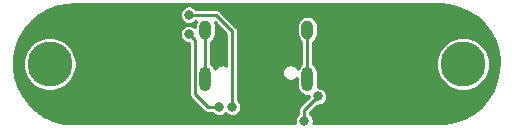
<source format=gbr>
%TF.GenerationSoftware,KiCad,Pcbnew,5.1.10-88a1d61d58~90~ubuntu20.04.1*%
%TF.CreationDate,2022-01-21T20:21:18-08:00*%
%TF.ProjectId,kb-db,6b622d64-622e-46b6-9963-61645f706362,rev?*%
%TF.SameCoordinates,Original*%
%TF.FileFunction,Copper,L2,Bot*%
%TF.FilePolarity,Positive*%
%FSLAX46Y46*%
G04 Gerber Fmt 4.6, Leading zero omitted, Abs format (unit mm)*
G04 Created by KiCad (PCBNEW 5.1.10-88a1d61d58~90~ubuntu20.04.1) date 2022-01-21 20:21:18*
%MOMM*%
%LPD*%
G01*
G04 APERTURE LIST*
%TA.AperFunction,ComponentPad*%
%ADD10C,3.800000*%
%TD*%
%TA.AperFunction,ComponentPad*%
%ADD11O,1.000000X2.100000*%
%TD*%
%TA.AperFunction,ComponentPad*%
%ADD12O,1.000000X1.600000*%
%TD*%
%TA.AperFunction,ViaPad*%
%ADD13C,0.800000*%
%TD*%
%TA.AperFunction,Conductor*%
%ADD14C,0.250000*%
%TD*%
%TA.AperFunction,Conductor*%
%ADD15C,0.254000*%
%TD*%
%TA.AperFunction,Conductor*%
%ADD16C,0.100000*%
%TD*%
G04 APERTURE END LIST*
D10*
%TO.P,H2,1*%
%TO.N,Earth*%
X61487000Y-63472000D03*
%TD*%
%TO.P,H1,1*%
%TO.N,Net-(H1-Pad1)*%
X96487000Y-63472000D03*
%TD*%
D11*
%TO.P,USB1,13*%
%TO.N,Earth*%
X83312000Y-64759000D03*
X74672000Y-64759000D03*
D12*
X83312000Y-60579000D03*
X74672000Y-60579000D03*
%TD*%
D13*
%TO.N,VCC*%
X73279000Y-60960000D03*
X75853014Y-67116004D03*
%TO.N,GND*%
X76156217Y-61259944D03*
X82169000Y-67564000D03*
X73785365Y-67110635D03*
X68700000Y-63179000D03*
X79936000Y-68072000D03*
X81781000Y-61147000D03*
%TO.N,Net-(R1-Pad2)*%
X83058000Y-68326000D03*
X84194000Y-66227000D03*
%TO.N,Net-(R2-Pad2)*%
X76955000Y-67116002D03*
X73279000Y-59309000D03*
%TD*%
D14*
%TO.N,Earth*%
X74672000Y-64759000D02*
X74672000Y-60579000D01*
X83312000Y-60579000D02*
X83312000Y-64759000D01*
%TO.N,VCC*%
X74865319Y-67116004D02*
X75853014Y-67116004D01*
X73780000Y-61461000D02*
X73780000Y-66030685D01*
X73780000Y-66030685D02*
X74865319Y-67116004D01*
X73279000Y-60960000D02*
X73780000Y-61461000D01*
%TO.N,GND*%
X81661000Y-68072000D02*
X79936000Y-68072000D01*
X82169000Y-67564000D02*
X81661000Y-68072000D01*
X74746730Y-68072000D02*
X73785365Y-67110635D01*
X72631635Y-67110635D02*
X68700000Y-63179000D01*
X73785365Y-67110635D02*
X72631635Y-67110635D01*
X79936000Y-68072000D02*
X74746730Y-68072000D01*
%TO.N,Net-(R1-Pad2)*%
X83058000Y-68326000D02*
X83058000Y-67363000D01*
X83058000Y-67363000D02*
X84194000Y-66227000D01*
%TO.N,Net-(R2-Pad2)*%
X76955000Y-60699000D02*
X76955000Y-67116002D01*
X75565000Y-59309000D02*
X76955000Y-60699000D01*
X73279000Y-59309000D02*
X75565000Y-59309000D01*
%TD*%
D15*
%TO.N,GND*%
X95336581Y-58501726D02*
X96161880Y-58715931D01*
X96939275Y-59066123D01*
X97646563Y-59542296D01*
X98263505Y-60130830D01*
X98772464Y-60814895D01*
X99158893Y-61574945D01*
X99411735Y-62389227D01*
X99523763Y-63234474D01*
X99491777Y-64086509D01*
X99316687Y-64920978D01*
X99003503Y-65714010D01*
X98561175Y-66442942D01*
X98002360Y-67086921D01*
X97343022Y-67627544D01*
X96602030Y-68049341D01*
X95800559Y-68340261D01*
X94953066Y-68493514D01*
X94476250Y-68516000D01*
X83816508Y-68516000D01*
X83839000Y-68402922D01*
X83839000Y-68249078D01*
X83808987Y-68098191D01*
X83750113Y-67956058D01*
X83664642Y-67828141D01*
X83564000Y-67727499D01*
X83564000Y-67572591D01*
X84128592Y-67008000D01*
X84270922Y-67008000D01*
X84421809Y-66977987D01*
X84563942Y-66919113D01*
X84691859Y-66833642D01*
X84800642Y-66724859D01*
X84886113Y-66596942D01*
X84944987Y-66454809D01*
X84975000Y-66303922D01*
X84975000Y-66150078D01*
X84944987Y-65999191D01*
X84886113Y-65857058D01*
X84800642Y-65729141D01*
X84691859Y-65620358D01*
X84563942Y-65534887D01*
X84421809Y-65476013D01*
X84270922Y-65446000D01*
X84183769Y-65446000D01*
X84193000Y-65352273D01*
X84193000Y-64165727D01*
X84180252Y-64036294D01*
X84129875Y-63870225D01*
X84048068Y-63717175D01*
X83937975Y-63583025D01*
X83818000Y-63484565D01*
X83818000Y-63247341D01*
X94206000Y-63247341D01*
X94206000Y-63696659D01*
X94293657Y-64137343D01*
X94465604Y-64552459D01*
X94715231Y-64926053D01*
X95032947Y-65243769D01*
X95406541Y-65493396D01*
X95821657Y-65665343D01*
X96262341Y-65753000D01*
X96711659Y-65753000D01*
X97152343Y-65665343D01*
X97567459Y-65493396D01*
X97941053Y-65243769D01*
X98258769Y-64926053D01*
X98508396Y-64552459D01*
X98680343Y-64137343D01*
X98768000Y-63696659D01*
X98768000Y-63247341D01*
X98680343Y-62806657D01*
X98508396Y-62391541D01*
X98258769Y-62017947D01*
X97941053Y-61700231D01*
X97567459Y-61450604D01*
X97152343Y-61278657D01*
X96711659Y-61191000D01*
X96262341Y-61191000D01*
X95821657Y-61278657D01*
X95406541Y-61450604D01*
X95032947Y-61700231D01*
X94715231Y-62017947D01*
X94465604Y-62391541D01*
X94293657Y-62806657D01*
X94206000Y-63247341D01*
X83818000Y-63247341D01*
X83818000Y-61603434D01*
X83937975Y-61504975D01*
X84048068Y-61370825D01*
X84129875Y-61217775D01*
X84180252Y-61051706D01*
X84193000Y-60922273D01*
X84193000Y-60235727D01*
X84180252Y-60106294D01*
X84129875Y-59940225D01*
X84048068Y-59787175D01*
X83937975Y-59653025D01*
X83803825Y-59542932D01*
X83650775Y-59461125D01*
X83484706Y-59410748D01*
X83312000Y-59393738D01*
X83139295Y-59410748D01*
X82973226Y-59461125D01*
X82820176Y-59542932D01*
X82686026Y-59653025D01*
X82575933Y-59787175D01*
X82494125Y-59940225D01*
X82443748Y-60106294D01*
X82431000Y-60235727D01*
X82431000Y-60922272D01*
X82443748Y-61051705D01*
X82494125Y-61217774D01*
X82575932Y-61370824D01*
X82686025Y-61504975D01*
X82806000Y-61603435D01*
X82806001Y-63484565D01*
X82686026Y-63583025D01*
X82575933Y-63717175D01*
X82494126Y-63870225D01*
X82493266Y-63873059D01*
X82430386Y-63778951D01*
X82332049Y-63680614D01*
X82216416Y-63603351D01*
X82087933Y-63550131D01*
X81951535Y-63523000D01*
X81812465Y-63523000D01*
X81676067Y-63550131D01*
X81547584Y-63603351D01*
X81431951Y-63680614D01*
X81333614Y-63778951D01*
X81256351Y-63894584D01*
X81203131Y-64023067D01*
X81176000Y-64159465D01*
X81176000Y-64298535D01*
X81203131Y-64434933D01*
X81256351Y-64563416D01*
X81333614Y-64679049D01*
X81431951Y-64777386D01*
X81547584Y-64854649D01*
X81676067Y-64907869D01*
X81812465Y-64935000D01*
X81951535Y-64935000D01*
X82087933Y-64907869D01*
X82216416Y-64854649D01*
X82332049Y-64777386D01*
X82430386Y-64679049D01*
X82431001Y-64678129D01*
X82431000Y-65352272D01*
X82443748Y-65481705D01*
X82494125Y-65647774D01*
X82575932Y-65800824D01*
X82686025Y-65934975D01*
X82820175Y-66045068D01*
X82973225Y-66126875D01*
X83139294Y-66177252D01*
X83312000Y-66194262D01*
X83413000Y-66184314D01*
X83413000Y-66292408D01*
X82717780Y-66987629D01*
X82698474Y-67003473D01*
X82635242Y-67080521D01*
X82616276Y-67116004D01*
X82588255Y-67168426D01*
X82559322Y-67263808D01*
X82549553Y-67363000D01*
X82552001Y-67387856D01*
X82552001Y-67727498D01*
X82451358Y-67828141D01*
X82365887Y-67956058D01*
X82307013Y-68098191D01*
X82277000Y-68249078D01*
X82277000Y-68402922D01*
X82299492Y-68516000D01*
X63506309Y-68516000D01*
X62637420Y-68442274D01*
X61812125Y-68228070D01*
X61034725Y-67877877D01*
X60327434Y-67401701D01*
X59710493Y-66813167D01*
X59201534Y-66129103D01*
X58815107Y-65369055D01*
X58562265Y-64554774D01*
X58450237Y-63709526D01*
X58467587Y-63247341D01*
X59206000Y-63247341D01*
X59206000Y-63696659D01*
X59293657Y-64137343D01*
X59465604Y-64552459D01*
X59715231Y-64926053D01*
X60032947Y-65243769D01*
X60406541Y-65493396D01*
X60821657Y-65665343D01*
X61262341Y-65753000D01*
X61711659Y-65753000D01*
X62152343Y-65665343D01*
X62567459Y-65493396D01*
X62941053Y-65243769D01*
X63258769Y-64926053D01*
X63508396Y-64552459D01*
X63680343Y-64137343D01*
X63768000Y-63696659D01*
X63768000Y-63247341D01*
X63680343Y-62806657D01*
X63508396Y-62391541D01*
X63258769Y-62017947D01*
X62941053Y-61700231D01*
X62567459Y-61450604D01*
X62152343Y-61278657D01*
X61711659Y-61191000D01*
X61262341Y-61191000D01*
X60821657Y-61278657D01*
X60406541Y-61450604D01*
X60032947Y-61700231D01*
X59715231Y-62017947D01*
X59465604Y-62391541D01*
X59293657Y-62806657D01*
X59206000Y-63247341D01*
X58467587Y-63247341D01*
X58482223Y-62857491D01*
X58657313Y-62023022D01*
X58970496Y-61229993D01*
X59412827Y-60501054D01*
X59971640Y-59857080D01*
X60630978Y-59316456D01*
X60779209Y-59232078D01*
X72498000Y-59232078D01*
X72498000Y-59385922D01*
X72528013Y-59536809D01*
X72586887Y-59678942D01*
X72672358Y-59806859D01*
X72781141Y-59915642D01*
X72909058Y-60001113D01*
X73051191Y-60059987D01*
X73202078Y-60090000D01*
X73355922Y-60090000D01*
X73506809Y-60059987D01*
X73648942Y-60001113D01*
X73776859Y-59915642D01*
X73877501Y-59815000D01*
X73921060Y-59815000D01*
X73854125Y-59940225D01*
X73803748Y-60106294D01*
X73791000Y-60235727D01*
X73791000Y-60367499D01*
X73776859Y-60353358D01*
X73648942Y-60267887D01*
X73506809Y-60209013D01*
X73355922Y-60179000D01*
X73202078Y-60179000D01*
X73051191Y-60209013D01*
X72909058Y-60267887D01*
X72781141Y-60353358D01*
X72672358Y-60462141D01*
X72586887Y-60590058D01*
X72528013Y-60732191D01*
X72498000Y-60883078D01*
X72498000Y-61036922D01*
X72528013Y-61187809D01*
X72586887Y-61329942D01*
X72672358Y-61457859D01*
X72781141Y-61566642D01*
X72909058Y-61652113D01*
X73051191Y-61710987D01*
X73202078Y-61741000D01*
X73274000Y-61741000D01*
X73274001Y-66005829D01*
X73271553Y-66030685D01*
X73281322Y-66129877D01*
X73310255Y-66225259D01*
X73310256Y-66225260D01*
X73357242Y-66313164D01*
X73420474Y-66390212D01*
X73439780Y-66406056D01*
X74489947Y-67456224D01*
X74505792Y-67475531D01*
X74582840Y-67538763D01*
X74664671Y-67582503D01*
X74670744Y-67585749D01*
X74766126Y-67614682D01*
X74865319Y-67624452D01*
X74890173Y-67622004D01*
X75254513Y-67622004D01*
X75355155Y-67722646D01*
X75483072Y-67808117D01*
X75625205Y-67866991D01*
X75776092Y-67897004D01*
X75929936Y-67897004D01*
X76080823Y-67866991D01*
X76222956Y-67808117D01*
X76350873Y-67722646D01*
X76404008Y-67669511D01*
X76457141Y-67722644D01*
X76585058Y-67808115D01*
X76727191Y-67866989D01*
X76878078Y-67897002D01*
X77031922Y-67897002D01*
X77182809Y-67866989D01*
X77324942Y-67808115D01*
X77452859Y-67722644D01*
X77561642Y-67613861D01*
X77647113Y-67485944D01*
X77705987Y-67343811D01*
X77736000Y-67192924D01*
X77736000Y-67039080D01*
X77705987Y-66888193D01*
X77647113Y-66746060D01*
X77561642Y-66618143D01*
X77461000Y-66517501D01*
X77461000Y-60723854D01*
X77463448Y-60699000D01*
X77453678Y-60599807D01*
X77424745Y-60504425D01*
X77417171Y-60490255D01*
X77377759Y-60416521D01*
X77314527Y-60339473D01*
X77295220Y-60323628D01*
X75940376Y-58968785D01*
X75924527Y-58949473D01*
X75847479Y-58886241D01*
X75759575Y-58839255D01*
X75664193Y-58810322D01*
X75589854Y-58803000D01*
X75589846Y-58803000D01*
X75565000Y-58800553D01*
X75540154Y-58803000D01*
X73877501Y-58803000D01*
X73776859Y-58702358D01*
X73648942Y-58616887D01*
X73506809Y-58558013D01*
X73355922Y-58528000D01*
X73202078Y-58528000D01*
X73051191Y-58558013D01*
X72909058Y-58616887D01*
X72781141Y-58702358D01*
X72672358Y-58811141D01*
X72586887Y-58939058D01*
X72528013Y-59081191D01*
X72498000Y-59232078D01*
X60779209Y-59232078D01*
X61371972Y-58894658D01*
X62173445Y-58603737D01*
X63020934Y-58450486D01*
X63497750Y-58428000D01*
X94467691Y-58428000D01*
X95336581Y-58501726D01*
%TA.AperFunction,Conductor*%
D16*
G36*
X95336581Y-58501726D02*
G01*
X96161880Y-58715931D01*
X96939275Y-59066123D01*
X97646563Y-59542296D01*
X98263505Y-60130830D01*
X98772464Y-60814895D01*
X99158893Y-61574945D01*
X99411735Y-62389227D01*
X99523763Y-63234474D01*
X99491777Y-64086509D01*
X99316687Y-64920978D01*
X99003503Y-65714010D01*
X98561175Y-66442942D01*
X98002360Y-67086921D01*
X97343022Y-67627544D01*
X96602030Y-68049341D01*
X95800559Y-68340261D01*
X94953066Y-68493514D01*
X94476250Y-68516000D01*
X83816508Y-68516000D01*
X83839000Y-68402922D01*
X83839000Y-68249078D01*
X83808987Y-68098191D01*
X83750113Y-67956058D01*
X83664642Y-67828141D01*
X83564000Y-67727499D01*
X83564000Y-67572591D01*
X84128592Y-67008000D01*
X84270922Y-67008000D01*
X84421809Y-66977987D01*
X84563942Y-66919113D01*
X84691859Y-66833642D01*
X84800642Y-66724859D01*
X84886113Y-66596942D01*
X84944987Y-66454809D01*
X84975000Y-66303922D01*
X84975000Y-66150078D01*
X84944987Y-65999191D01*
X84886113Y-65857058D01*
X84800642Y-65729141D01*
X84691859Y-65620358D01*
X84563942Y-65534887D01*
X84421809Y-65476013D01*
X84270922Y-65446000D01*
X84183769Y-65446000D01*
X84193000Y-65352273D01*
X84193000Y-64165727D01*
X84180252Y-64036294D01*
X84129875Y-63870225D01*
X84048068Y-63717175D01*
X83937975Y-63583025D01*
X83818000Y-63484565D01*
X83818000Y-63247341D01*
X94206000Y-63247341D01*
X94206000Y-63696659D01*
X94293657Y-64137343D01*
X94465604Y-64552459D01*
X94715231Y-64926053D01*
X95032947Y-65243769D01*
X95406541Y-65493396D01*
X95821657Y-65665343D01*
X96262341Y-65753000D01*
X96711659Y-65753000D01*
X97152343Y-65665343D01*
X97567459Y-65493396D01*
X97941053Y-65243769D01*
X98258769Y-64926053D01*
X98508396Y-64552459D01*
X98680343Y-64137343D01*
X98768000Y-63696659D01*
X98768000Y-63247341D01*
X98680343Y-62806657D01*
X98508396Y-62391541D01*
X98258769Y-62017947D01*
X97941053Y-61700231D01*
X97567459Y-61450604D01*
X97152343Y-61278657D01*
X96711659Y-61191000D01*
X96262341Y-61191000D01*
X95821657Y-61278657D01*
X95406541Y-61450604D01*
X95032947Y-61700231D01*
X94715231Y-62017947D01*
X94465604Y-62391541D01*
X94293657Y-62806657D01*
X94206000Y-63247341D01*
X83818000Y-63247341D01*
X83818000Y-61603434D01*
X83937975Y-61504975D01*
X84048068Y-61370825D01*
X84129875Y-61217775D01*
X84180252Y-61051706D01*
X84193000Y-60922273D01*
X84193000Y-60235727D01*
X84180252Y-60106294D01*
X84129875Y-59940225D01*
X84048068Y-59787175D01*
X83937975Y-59653025D01*
X83803825Y-59542932D01*
X83650775Y-59461125D01*
X83484706Y-59410748D01*
X83312000Y-59393738D01*
X83139295Y-59410748D01*
X82973226Y-59461125D01*
X82820176Y-59542932D01*
X82686026Y-59653025D01*
X82575933Y-59787175D01*
X82494125Y-59940225D01*
X82443748Y-60106294D01*
X82431000Y-60235727D01*
X82431000Y-60922272D01*
X82443748Y-61051705D01*
X82494125Y-61217774D01*
X82575932Y-61370824D01*
X82686025Y-61504975D01*
X82806000Y-61603435D01*
X82806001Y-63484565D01*
X82686026Y-63583025D01*
X82575933Y-63717175D01*
X82494126Y-63870225D01*
X82493266Y-63873059D01*
X82430386Y-63778951D01*
X82332049Y-63680614D01*
X82216416Y-63603351D01*
X82087933Y-63550131D01*
X81951535Y-63523000D01*
X81812465Y-63523000D01*
X81676067Y-63550131D01*
X81547584Y-63603351D01*
X81431951Y-63680614D01*
X81333614Y-63778951D01*
X81256351Y-63894584D01*
X81203131Y-64023067D01*
X81176000Y-64159465D01*
X81176000Y-64298535D01*
X81203131Y-64434933D01*
X81256351Y-64563416D01*
X81333614Y-64679049D01*
X81431951Y-64777386D01*
X81547584Y-64854649D01*
X81676067Y-64907869D01*
X81812465Y-64935000D01*
X81951535Y-64935000D01*
X82087933Y-64907869D01*
X82216416Y-64854649D01*
X82332049Y-64777386D01*
X82430386Y-64679049D01*
X82431001Y-64678129D01*
X82431000Y-65352272D01*
X82443748Y-65481705D01*
X82494125Y-65647774D01*
X82575932Y-65800824D01*
X82686025Y-65934975D01*
X82820175Y-66045068D01*
X82973225Y-66126875D01*
X83139294Y-66177252D01*
X83312000Y-66194262D01*
X83413000Y-66184314D01*
X83413000Y-66292408D01*
X82717780Y-66987629D01*
X82698474Y-67003473D01*
X82635242Y-67080521D01*
X82616276Y-67116004D01*
X82588255Y-67168426D01*
X82559322Y-67263808D01*
X82549553Y-67363000D01*
X82552001Y-67387856D01*
X82552001Y-67727498D01*
X82451358Y-67828141D01*
X82365887Y-67956058D01*
X82307013Y-68098191D01*
X82277000Y-68249078D01*
X82277000Y-68402922D01*
X82299492Y-68516000D01*
X63506309Y-68516000D01*
X62637420Y-68442274D01*
X61812125Y-68228070D01*
X61034725Y-67877877D01*
X60327434Y-67401701D01*
X59710493Y-66813167D01*
X59201534Y-66129103D01*
X58815107Y-65369055D01*
X58562265Y-64554774D01*
X58450237Y-63709526D01*
X58467587Y-63247341D01*
X59206000Y-63247341D01*
X59206000Y-63696659D01*
X59293657Y-64137343D01*
X59465604Y-64552459D01*
X59715231Y-64926053D01*
X60032947Y-65243769D01*
X60406541Y-65493396D01*
X60821657Y-65665343D01*
X61262341Y-65753000D01*
X61711659Y-65753000D01*
X62152343Y-65665343D01*
X62567459Y-65493396D01*
X62941053Y-65243769D01*
X63258769Y-64926053D01*
X63508396Y-64552459D01*
X63680343Y-64137343D01*
X63768000Y-63696659D01*
X63768000Y-63247341D01*
X63680343Y-62806657D01*
X63508396Y-62391541D01*
X63258769Y-62017947D01*
X62941053Y-61700231D01*
X62567459Y-61450604D01*
X62152343Y-61278657D01*
X61711659Y-61191000D01*
X61262341Y-61191000D01*
X60821657Y-61278657D01*
X60406541Y-61450604D01*
X60032947Y-61700231D01*
X59715231Y-62017947D01*
X59465604Y-62391541D01*
X59293657Y-62806657D01*
X59206000Y-63247341D01*
X58467587Y-63247341D01*
X58482223Y-62857491D01*
X58657313Y-62023022D01*
X58970496Y-61229993D01*
X59412827Y-60501054D01*
X59971640Y-59857080D01*
X60630978Y-59316456D01*
X60779209Y-59232078D01*
X72498000Y-59232078D01*
X72498000Y-59385922D01*
X72528013Y-59536809D01*
X72586887Y-59678942D01*
X72672358Y-59806859D01*
X72781141Y-59915642D01*
X72909058Y-60001113D01*
X73051191Y-60059987D01*
X73202078Y-60090000D01*
X73355922Y-60090000D01*
X73506809Y-60059987D01*
X73648942Y-60001113D01*
X73776859Y-59915642D01*
X73877501Y-59815000D01*
X73921060Y-59815000D01*
X73854125Y-59940225D01*
X73803748Y-60106294D01*
X73791000Y-60235727D01*
X73791000Y-60367499D01*
X73776859Y-60353358D01*
X73648942Y-60267887D01*
X73506809Y-60209013D01*
X73355922Y-60179000D01*
X73202078Y-60179000D01*
X73051191Y-60209013D01*
X72909058Y-60267887D01*
X72781141Y-60353358D01*
X72672358Y-60462141D01*
X72586887Y-60590058D01*
X72528013Y-60732191D01*
X72498000Y-60883078D01*
X72498000Y-61036922D01*
X72528013Y-61187809D01*
X72586887Y-61329942D01*
X72672358Y-61457859D01*
X72781141Y-61566642D01*
X72909058Y-61652113D01*
X73051191Y-61710987D01*
X73202078Y-61741000D01*
X73274000Y-61741000D01*
X73274001Y-66005829D01*
X73271553Y-66030685D01*
X73281322Y-66129877D01*
X73310255Y-66225259D01*
X73310256Y-66225260D01*
X73357242Y-66313164D01*
X73420474Y-66390212D01*
X73439780Y-66406056D01*
X74489947Y-67456224D01*
X74505792Y-67475531D01*
X74582840Y-67538763D01*
X74664671Y-67582503D01*
X74670744Y-67585749D01*
X74766126Y-67614682D01*
X74865319Y-67624452D01*
X74890173Y-67622004D01*
X75254513Y-67622004D01*
X75355155Y-67722646D01*
X75483072Y-67808117D01*
X75625205Y-67866991D01*
X75776092Y-67897004D01*
X75929936Y-67897004D01*
X76080823Y-67866991D01*
X76222956Y-67808117D01*
X76350873Y-67722646D01*
X76404008Y-67669511D01*
X76457141Y-67722644D01*
X76585058Y-67808115D01*
X76727191Y-67866989D01*
X76878078Y-67897002D01*
X77031922Y-67897002D01*
X77182809Y-67866989D01*
X77324942Y-67808115D01*
X77452859Y-67722644D01*
X77561642Y-67613861D01*
X77647113Y-67485944D01*
X77705987Y-67343811D01*
X77736000Y-67192924D01*
X77736000Y-67039080D01*
X77705987Y-66888193D01*
X77647113Y-66746060D01*
X77561642Y-66618143D01*
X77461000Y-66517501D01*
X77461000Y-60723854D01*
X77463448Y-60699000D01*
X77453678Y-60599807D01*
X77424745Y-60504425D01*
X77417171Y-60490255D01*
X77377759Y-60416521D01*
X77314527Y-60339473D01*
X77295220Y-60323628D01*
X75940376Y-58968785D01*
X75924527Y-58949473D01*
X75847479Y-58886241D01*
X75759575Y-58839255D01*
X75664193Y-58810322D01*
X75589854Y-58803000D01*
X75589846Y-58803000D01*
X75565000Y-58800553D01*
X75540154Y-58803000D01*
X73877501Y-58803000D01*
X73776859Y-58702358D01*
X73648942Y-58616887D01*
X73506809Y-58558013D01*
X73355922Y-58528000D01*
X73202078Y-58528000D01*
X73051191Y-58558013D01*
X72909058Y-58616887D01*
X72781141Y-58702358D01*
X72672358Y-58811141D01*
X72586887Y-58939058D01*
X72528013Y-59081191D01*
X72498000Y-59232078D01*
X60779209Y-59232078D01*
X61371972Y-58894658D01*
X62173445Y-58603737D01*
X63020934Y-58450486D01*
X63497750Y-58428000D01*
X94467691Y-58428000D01*
X95336581Y-58501726D01*
G37*
%TD.AperFunction*%
D15*
X76449000Y-60908592D02*
X76449000Y-63611760D01*
X76436416Y-63603351D01*
X76307933Y-63550131D01*
X76171535Y-63523000D01*
X76032465Y-63523000D01*
X75896067Y-63550131D01*
X75767584Y-63603351D01*
X75651951Y-63680614D01*
X75553614Y-63778951D01*
X75490734Y-63873058D01*
X75489875Y-63870225D01*
X75408068Y-63717175D01*
X75297975Y-63583025D01*
X75178000Y-63484565D01*
X75178000Y-61603434D01*
X75297975Y-61504975D01*
X75408068Y-61370825D01*
X75489875Y-61217775D01*
X75540252Y-61051706D01*
X75553000Y-60922273D01*
X75553000Y-60235727D01*
X75540252Y-60106294D01*
X75493899Y-59953490D01*
X76449000Y-60908592D01*
%TA.AperFunction,Conductor*%
D16*
G36*
X76449000Y-60908592D02*
G01*
X76449000Y-63611760D01*
X76436416Y-63603351D01*
X76307933Y-63550131D01*
X76171535Y-63523000D01*
X76032465Y-63523000D01*
X75896067Y-63550131D01*
X75767584Y-63603351D01*
X75651951Y-63680614D01*
X75553614Y-63778951D01*
X75490734Y-63873058D01*
X75489875Y-63870225D01*
X75408068Y-63717175D01*
X75297975Y-63583025D01*
X75178000Y-63484565D01*
X75178000Y-61603434D01*
X75297975Y-61504975D01*
X75408068Y-61370825D01*
X75489875Y-61217775D01*
X75540252Y-61051706D01*
X75553000Y-60922273D01*
X75553000Y-60235727D01*
X75540252Y-60106294D01*
X75493899Y-59953490D01*
X76449000Y-60908592D01*
G37*
%TD.AperFunction*%
%TD*%
M02*

</source>
